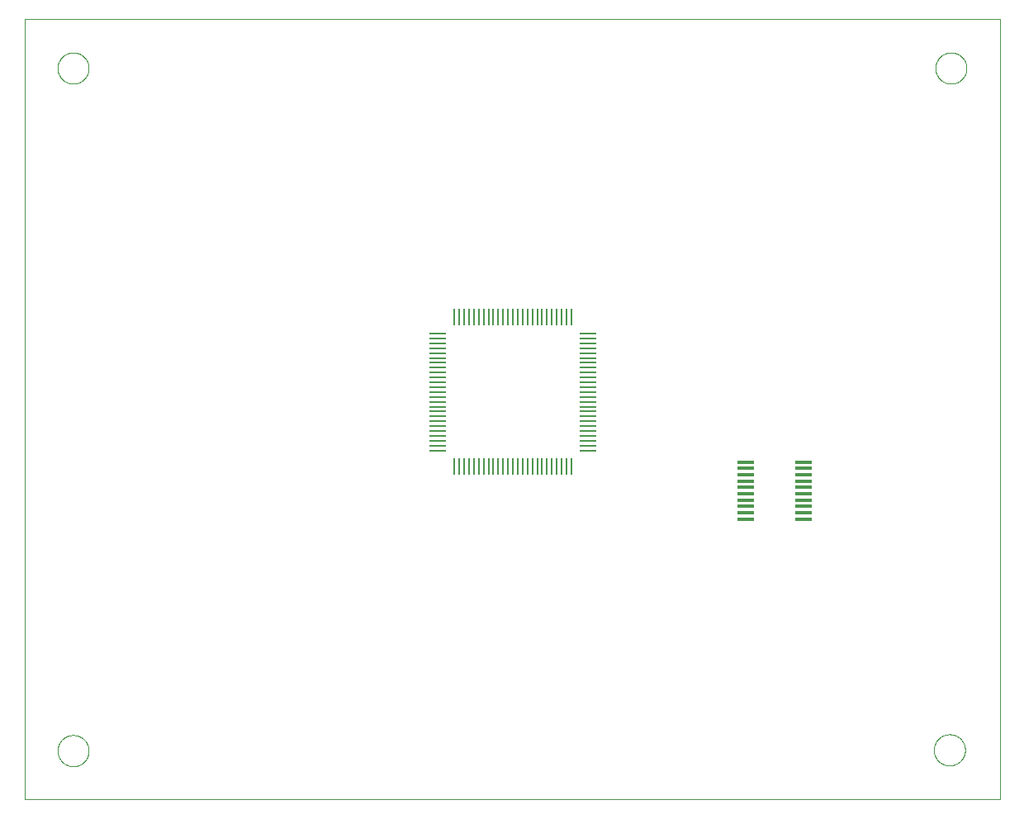
<source format=gtp>
G75*
%MOIN*%
%OFA0B0*%
%FSLAX25Y25*%
%IPPOS*%
%LPD*%
%AMOC8*
5,1,8,0,0,1.08239X$1,22.5*
%
%ADD10C,0.00000*%
%ADD11R,0.07000X0.01100*%
%ADD12R,0.01100X0.07000*%
%ADD13R,0.07000X0.01600*%
D10*
X0001000Y0001000D02*
X0001000Y0315961D01*
X0394701Y0315961D01*
X0394701Y0001000D01*
X0001000Y0001000D01*
X0014386Y0020685D02*
X0014388Y0020843D01*
X0014394Y0021001D01*
X0014404Y0021159D01*
X0014418Y0021317D01*
X0014436Y0021474D01*
X0014457Y0021631D01*
X0014483Y0021787D01*
X0014513Y0021943D01*
X0014546Y0022098D01*
X0014584Y0022251D01*
X0014625Y0022404D01*
X0014670Y0022556D01*
X0014719Y0022707D01*
X0014772Y0022856D01*
X0014828Y0023004D01*
X0014888Y0023150D01*
X0014952Y0023295D01*
X0015020Y0023438D01*
X0015091Y0023580D01*
X0015165Y0023720D01*
X0015243Y0023857D01*
X0015325Y0023993D01*
X0015409Y0024127D01*
X0015498Y0024258D01*
X0015589Y0024387D01*
X0015684Y0024514D01*
X0015781Y0024639D01*
X0015882Y0024761D01*
X0015986Y0024880D01*
X0016093Y0024997D01*
X0016203Y0025111D01*
X0016316Y0025222D01*
X0016431Y0025331D01*
X0016549Y0025436D01*
X0016670Y0025538D01*
X0016793Y0025638D01*
X0016919Y0025734D01*
X0017047Y0025827D01*
X0017177Y0025917D01*
X0017310Y0026003D01*
X0017445Y0026087D01*
X0017581Y0026166D01*
X0017720Y0026243D01*
X0017861Y0026315D01*
X0018003Y0026385D01*
X0018147Y0026450D01*
X0018293Y0026512D01*
X0018440Y0026570D01*
X0018589Y0026625D01*
X0018739Y0026676D01*
X0018890Y0026723D01*
X0019042Y0026766D01*
X0019195Y0026805D01*
X0019350Y0026841D01*
X0019505Y0026872D01*
X0019661Y0026900D01*
X0019817Y0026924D01*
X0019974Y0026944D01*
X0020132Y0026960D01*
X0020289Y0026972D01*
X0020448Y0026980D01*
X0020606Y0026984D01*
X0020764Y0026984D01*
X0020922Y0026980D01*
X0021081Y0026972D01*
X0021238Y0026960D01*
X0021396Y0026944D01*
X0021553Y0026924D01*
X0021709Y0026900D01*
X0021865Y0026872D01*
X0022020Y0026841D01*
X0022175Y0026805D01*
X0022328Y0026766D01*
X0022480Y0026723D01*
X0022631Y0026676D01*
X0022781Y0026625D01*
X0022930Y0026570D01*
X0023077Y0026512D01*
X0023223Y0026450D01*
X0023367Y0026385D01*
X0023509Y0026315D01*
X0023650Y0026243D01*
X0023789Y0026166D01*
X0023925Y0026087D01*
X0024060Y0026003D01*
X0024193Y0025917D01*
X0024323Y0025827D01*
X0024451Y0025734D01*
X0024577Y0025638D01*
X0024700Y0025538D01*
X0024821Y0025436D01*
X0024939Y0025331D01*
X0025054Y0025222D01*
X0025167Y0025111D01*
X0025277Y0024997D01*
X0025384Y0024880D01*
X0025488Y0024761D01*
X0025589Y0024639D01*
X0025686Y0024514D01*
X0025781Y0024387D01*
X0025872Y0024258D01*
X0025961Y0024127D01*
X0026045Y0023993D01*
X0026127Y0023857D01*
X0026205Y0023720D01*
X0026279Y0023580D01*
X0026350Y0023438D01*
X0026418Y0023295D01*
X0026482Y0023150D01*
X0026542Y0023004D01*
X0026598Y0022856D01*
X0026651Y0022707D01*
X0026700Y0022556D01*
X0026745Y0022404D01*
X0026786Y0022251D01*
X0026824Y0022098D01*
X0026857Y0021943D01*
X0026887Y0021787D01*
X0026913Y0021631D01*
X0026934Y0021474D01*
X0026952Y0021317D01*
X0026966Y0021159D01*
X0026976Y0021001D01*
X0026982Y0020843D01*
X0026984Y0020685D01*
X0026982Y0020527D01*
X0026976Y0020369D01*
X0026966Y0020211D01*
X0026952Y0020053D01*
X0026934Y0019896D01*
X0026913Y0019739D01*
X0026887Y0019583D01*
X0026857Y0019427D01*
X0026824Y0019272D01*
X0026786Y0019119D01*
X0026745Y0018966D01*
X0026700Y0018814D01*
X0026651Y0018663D01*
X0026598Y0018514D01*
X0026542Y0018366D01*
X0026482Y0018220D01*
X0026418Y0018075D01*
X0026350Y0017932D01*
X0026279Y0017790D01*
X0026205Y0017650D01*
X0026127Y0017513D01*
X0026045Y0017377D01*
X0025961Y0017243D01*
X0025872Y0017112D01*
X0025781Y0016983D01*
X0025686Y0016856D01*
X0025589Y0016731D01*
X0025488Y0016609D01*
X0025384Y0016490D01*
X0025277Y0016373D01*
X0025167Y0016259D01*
X0025054Y0016148D01*
X0024939Y0016039D01*
X0024821Y0015934D01*
X0024700Y0015832D01*
X0024577Y0015732D01*
X0024451Y0015636D01*
X0024323Y0015543D01*
X0024193Y0015453D01*
X0024060Y0015367D01*
X0023925Y0015283D01*
X0023789Y0015204D01*
X0023650Y0015127D01*
X0023509Y0015055D01*
X0023367Y0014985D01*
X0023223Y0014920D01*
X0023077Y0014858D01*
X0022930Y0014800D01*
X0022781Y0014745D01*
X0022631Y0014694D01*
X0022480Y0014647D01*
X0022328Y0014604D01*
X0022175Y0014565D01*
X0022020Y0014529D01*
X0021865Y0014498D01*
X0021709Y0014470D01*
X0021553Y0014446D01*
X0021396Y0014426D01*
X0021238Y0014410D01*
X0021081Y0014398D01*
X0020922Y0014390D01*
X0020764Y0014386D01*
X0020606Y0014386D01*
X0020448Y0014390D01*
X0020289Y0014398D01*
X0020132Y0014410D01*
X0019974Y0014426D01*
X0019817Y0014446D01*
X0019661Y0014470D01*
X0019505Y0014498D01*
X0019350Y0014529D01*
X0019195Y0014565D01*
X0019042Y0014604D01*
X0018890Y0014647D01*
X0018739Y0014694D01*
X0018589Y0014745D01*
X0018440Y0014800D01*
X0018293Y0014858D01*
X0018147Y0014920D01*
X0018003Y0014985D01*
X0017861Y0015055D01*
X0017720Y0015127D01*
X0017581Y0015204D01*
X0017445Y0015283D01*
X0017310Y0015367D01*
X0017177Y0015453D01*
X0017047Y0015543D01*
X0016919Y0015636D01*
X0016793Y0015732D01*
X0016670Y0015832D01*
X0016549Y0015934D01*
X0016431Y0016039D01*
X0016316Y0016148D01*
X0016203Y0016259D01*
X0016093Y0016373D01*
X0015986Y0016490D01*
X0015882Y0016609D01*
X0015781Y0016731D01*
X0015684Y0016856D01*
X0015589Y0016983D01*
X0015498Y0017112D01*
X0015409Y0017243D01*
X0015325Y0017377D01*
X0015243Y0017513D01*
X0015165Y0017650D01*
X0015091Y0017790D01*
X0015020Y0017932D01*
X0014952Y0018075D01*
X0014888Y0018220D01*
X0014828Y0018366D01*
X0014772Y0018514D01*
X0014719Y0018663D01*
X0014670Y0018814D01*
X0014625Y0018966D01*
X0014584Y0019119D01*
X0014546Y0019272D01*
X0014513Y0019427D01*
X0014483Y0019583D01*
X0014457Y0019739D01*
X0014436Y0019896D01*
X0014418Y0020053D01*
X0014404Y0020211D01*
X0014394Y0020369D01*
X0014388Y0020527D01*
X0014386Y0020685D01*
X0014386Y0296276D02*
X0014388Y0296434D01*
X0014394Y0296592D01*
X0014404Y0296750D01*
X0014418Y0296908D01*
X0014436Y0297065D01*
X0014457Y0297222D01*
X0014483Y0297378D01*
X0014513Y0297534D01*
X0014546Y0297689D01*
X0014584Y0297842D01*
X0014625Y0297995D01*
X0014670Y0298147D01*
X0014719Y0298298D01*
X0014772Y0298447D01*
X0014828Y0298595D01*
X0014888Y0298741D01*
X0014952Y0298886D01*
X0015020Y0299029D01*
X0015091Y0299171D01*
X0015165Y0299311D01*
X0015243Y0299448D01*
X0015325Y0299584D01*
X0015409Y0299718D01*
X0015498Y0299849D01*
X0015589Y0299978D01*
X0015684Y0300105D01*
X0015781Y0300230D01*
X0015882Y0300352D01*
X0015986Y0300471D01*
X0016093Y0300588D01*
X0016203Y0300702D01*
X0016316Y0300813D01*
X0016431Y0300922D01*
X0016549Y0301027D01*
X0016670Y0301129D01*
X0016793Y0301229D01*
X0016919Y0301325D01*
X0017047Y0301418D01*
X0017177Y0301508D01*
X0017310Y0301594D01*
X0017445Y0301678D01*
X0017581Y0301757D01*
X0017720Y0301834D01*
X0017861Y0301906D01*
X0018003Y0301976D01*
X0018147Y0302041D01*
X0018293Y0302103D01*
X0018440Y0302161D01*
X0018589Y0302216D01*
X0018739Y0302267D01*
X0018890Y0302314D01*
X0019042Y0302357D01*
X0019195Y0302396D01*
X0019350Y0302432D01*
X0019505Y0302463D01*
X0019661Y0302491D01*
X0019817Y0302515D01*
X0019974Y0302535D01*
X0020132Y0302551D01*
X0020289Y0302563D01*
X0020448Y0302571D01*
X0020606Y0302575D01*
X0020764Y0302575D01*
X0020922Y0302571D01*
X0021081Y0302563D01*
X0021238Y0302551D01*
X0021396Y0302535D01*
X0021553Y0302515D01*
X0021709Y0302491D01*
X0021865Y0302463D01*
X0022020Y0302432D01*
X0022175Y0302396D01*
X0022328Y0302357D01*
X0022480Y0302314D01*
X0022631Y0302267D01*
X0022781Y0302216D01*
X0022930Y0302161D01*
X0023077Y0302103D01*
X0023223Y0302041D01*
X0023367Y0301976D01*
X0023509Y0301906D01*
X0023650Y0301834D01*
X0023789Y0301757D01*
X0023925Y0301678D01*
X0024060Y0301594D01*
X0024193Y0301508D01*
X0024323Y0301418D01*
X0024451Y0301325D01*
X0024577Y0301229D01*
X0024700Y0301129D01*
X0024821Y0301027D01*
X0024939Y0300922D01*
X0025054Y0300813D01*
X0025167Y0300702D01*
X0025277Y0300588D01*
X0025384Y0300471D01*
X0025488Y0300352D01*
X0025589Y0300230D01*
X0025686Y0300105D01*
X0025781Y0299978D01*
X0025872Y0299849D01*
X0025961Y0299718D01*
X0026045Y0299584D01*
X0026127Y0299448D01*
X0026205Y0299311D01*
X0026279Y0299171D01*
X0026350Y0299029D01*
X0026418Y0298886D01*
X0026482Y0298741D01*
X0026542Y0298595D01*
X0026598Y0298447D01*
X0026651Y0298298D01*
X0026700Y0298147D01*
X0026745Y0297995D01*
X0026786Y0297842D01*
X0026824Y0297689D01*
X0026857Y0297534D01*
X0026887Y0297378D01*
X0026913Y0297222D01*
X0026934Y0297065D01*
X0026952Y0296908D01*
X0026966Y0296750D01*
X0026976Y0296592D01*
X0026982Y0296434D01*
X0026984Y0296276D01*
X0026982Y0296118D01*
X0026976Y0295960D01*
X0026966Y0295802D01*
X0026952Y0295644D01*
X0026934Y0295487D01*
X0026913Y0295330D01*
X0026887Y0295174D01*
X0026857Y0295018D01*
X0026824Y0294863D01*
X0026786Y0294710D01*
X0026745Y0294557D01*
X0026700Y0294405D01*
X0026651Y0294254D01*
X0026598Y0294105D01*
X0026542Y0293957D01*
X0026482Y0293811D01*
X0026418Y0293666D01*
X0026350Y0293523D01*
X0026279Y0293381D01*
X0026205Y0293241D01*
X0026127Y0293104D01*
X0026045Y0292968D01*
X0025961Y0292834D01*
X0025872Y0292703D01*
X0025781Y0292574D01*
X0025686Y0292447D01*
X0025589Y0292322D01*
X0025488Y0292200D01*
X0025384Y0292081D01*
X0025277Y0291964D01*
X0025167Y0291850D01*
X0025054Y0291739D01*
X0024939Y0291630D01*
X0024821Y0291525D01*
X0024700Y0291423D01*
X0024577Y0291323D01*
X0024451Y0291227D01*
X0024323Y0291134D01*
X0024193Y0291044D01*
X0024060Y0290958D01*
X0023925Y0290874D01*
X0023789Y0290795D01*
X0023650Y0290718D01*
X0023509Y0290646D01*
X0023367Y0290576D01*
X0023223Y0290511D01*
X0023077Y0290449D01*
X0022930Y0290391D01*
X0022781Y0290336D01*
X0022631Y0290285D01*
X0022480Y0290238D01*
X0022328Y0290195D01*
X0022175Y0290156D01*
X0022020Y0290120D01*
X0021865Y0290089D01*
X0021709Y0290061D01*
X0021553Y0290037D01*
X0021396Y0290017D01*
X0021238Y0290001D01*
X0021081Y0289989D01*
X0020922Y0289981D01*
X0020764Y0289977D01*
X0020606Y0289977D01*
X0020448Y0289981D01*
X0020289Y0289989D01*
X0020132Y0290001D01*
X0019974Y0290017D01*
X0019817Y0290037D01*
X0019661Y0290061D01*
X0019505Y0290089D01*
X0019350Y0290120D01*
X0019195Y0290156D01*
X0019042Y0290195D01*
X0018890Y0290238D01*
X0018739Y0290285D01*
X0018589Y0290336D01*
X0018440Y0290391D01*
X0018293Y0290449D01*
X0018147Y0290511D01*
X0018003Y0290576D01*
X0017861Y0290646D01*
X0017720Y0290718D01*
X0017581Y0290795D01*
X0017445Y0290874D01*
X0017310Y0290958D01*
X0017177Y0291044D01*
X0017047Y0291134D01*
X0016919Y0291227D01*
X0016793Y0291323D01*
X0016670Y0291423D01*
X0016549Y0291525D01*
X0016431Y0291630D01*
X0016316Y0291739D01*
X0016203Y0291850D01*
X0016093Y0291964D01*
X0015986Y0292081D01*
X0015882Y0292200D01*
X0015781Y0292322D01*
X0015684Y0292447D01*
X0015589Y0292574D01*
X0015498Y0292703D01*
X0015409Y0292834D01*
X0015325Y0292968D01*
X0015243Y0293104D01*
X0015165Y0293241D01*
X0015091Y0293381D01*
X0015020Y0293523D01*
X0014952Y0293666D01*
X0014888Y0293811D01*
X0014828Y0293957D01*
X0014772Y0294105D01*
X0014719Y0294254D01*
X0014670Y0294405D01*
X0014625Y0294557D01*
X0014584Y0294710D01*
X0014546Y0294863D01*
X0014513Y0295018D01*
X0014483Y0295174D01*
X0014457Y0295330D01*
X0014436Y0295487D01*
X0014418Y0295644D01*
X0014404Y0295802D01*
X0014394Y0295960D01*
X0014388Y0296118D01*
X0014386Y0296276D01*
X0368717Y0296276D02*
X0368719Y0296434D01*
X0368725Y0296592D01*
X0368735Y0296750D01*
X0368749Y0296908D01*
X0368767Y0297065D01*
X0368788Y0297222D01*
X0368814Y0297378D01*
X0368844Y0297534D01*
X0368877Y0297689D01*
X0368915Y0297842D01*
X0368956Y0297995D01*
X0369001Y0298147D01*
X0369050Y0298298D01*
X0369103Y0298447D01*
X0369159Y0298595D01*
X0369219Y0298741D01*
X0369283Y0298886D01*
X0369351Y0299029D01*
X0369422Y0299171D01*
X0369496Y0299311D01*
X0369574Y0299448D01*
X0369656Y0299584D01*
X0369740Y0299718D01*
X0369829Y0299849D01*
X0369920Y0299978D01*
X0370015Y0300105D01*
X0370112Y0300230D01*
X0370213Y0300352D01*
X0370317Y0300471D01*
X0370424Y0300588D01*
X0370534Y0300702D01*
X0370647Y0300813D01*
X0370762Y0300922D01*
X0370880Y0301027D01*
X0371001Y0301129D01*
X0371124Y0301229D01*
X0371250Y0301325D01*
X0371378Y0301418D01*
X0371508Y0301508D01*
X0371641Y0301594D01*
X0371776Y0301678D01*
X0371912Y0301757D01*
X0372051Y0301834D01*
X0372192Y0301906D01*
X0372334Y0301976D01*
X0372478Y0302041D01*
X0372624Y0302103D01*
X0372771Y0302161D01*
X0372920Y0302216D01*
X0373070Y0302267D01*
X0373221Y0302314D01*
X0373373Y0302357D01*
X0373526Y0302396D01*
X0373681Y0302432D01*
X0373836Y0302463D01*
X0373992Y0302491D01*
X0374148Y0302515D01*
X0374305Y0302535D01*
X0374463Y0302551D01*
X0374620Y0302563D01*
X0374779Y0302571D01*
X0374937Y0302575D01*
X0375095Y0302575D01*
X0375253Y0302571D01*
X0375412Y0302563D01*
X0375569Y0302551D01*
X0375727Y0302535D01*
X0375884Y0302515D01*
X0376040Y0302491D01*
X0376196Y0302463D01*
X0376351Y0302432D01*
X0376506Y0302396D01*
X0376659Y0302357D01*
X0376811Y0302314D01*
X0376962Y0302267D01*
X0377112Y0302216D01*
X0377261Y0302161D01*
X0377408Y0302103D01*
X0377554Y0302041D01*
X0377698Y0301976D01*
X0377840Y0301906D01*
X0377981Y0301834D01*
X0378120Y0301757D01*
X0378256Y0301678D01*
X0378391Y0301594D01*
X0378524Y0301508D01*
X0378654Y0301418D01*
X0378782Y0301325D01*
X0378908Y0301229D01*
X0379031Y0301129D01*
X0379152Y0301027D01*
X0379270Y0300922D01*
X0379385Y0300813D01*
X0379498Y0300702D01*
X0379608Y0300588D01*
X0379715Y0300471D01*
X0379819Y0300352D01*
X0379920Y0300230D01*
X0380017Y0300105D01*
X0380112Y0299978D01*
X0380203Y0299849D01*
X0380292Y0299718D01*
X0380376Y0299584D01*
X0380458Y0299448D01*
X0380536Y0299311D01*
X0380610Y0299171D01*
X0380681Y0299029D01*
X0380749Y0298886D01*
X0380813Y0298741D01*
X0380873Y0298595D01*
X0380929Y0298447D01*
X0380982Y0298298D01*
X0381031Y0298147D01*
X0381076Y0297995D01*
X0381117Y0297842D01*
X0381155Y0297689D01*
X0381188Y0297534D01*
X0381218Y0297378D01*
X0381244Y0297222D01*
X0381265Y0297065D01*
X0381283Y0296908D01*
X0381297Y0296750D01*
X0381307Y0296592D01*
X0381313Y0296434D01*
X0381315Y0296276D01*
X0381313Y0296118D01*
X0381307Y0295960D01*
X0381297Y0295802D01*
X0381283Y0295644D01*
X0381265Y0295487D01*
X0381244Y0295330D01*
X0381218Y0295174D01*
X0381188Y0295018D01*
X0381155Y0294863D01*
X0381117Y0294710D01*
X0381076Y0294557D01*
X0381031Y0294405D01*
X0380982Y0294254D01*
X0380929Y0294105D01*
X0380873Y0293957D01*
X0380813Y0293811D01*
X0380749Y0293666D01*
X0380681Y0293523D01*
X0380610Y0293381D01*
X0380536Y0293241D01*
X0380458Y0293104D01*
X0380376Y0292968D01*
X0380292Y0292834D01*
X0380203Y0292703D01*
X0380112Y0292574D01*
X0380017Y0292447D01*
X0379920Y0292322D01*
X0379819Y0292200D01*
X0379715Y0292081D01*
X0379608Y0291964D01*
X0379498Y0291850D01*
X0379385Y0291739D01*
X0379270Y0291630D01*
X0379152Y0291525D01*
X0379031Y0291423D01*
X0378908Y0291323D01*
X0378782Y0291227D01*
X0378654Y0291134D01*
X0378524Y0291044D01*
X0378391Y0290958D01*
X0378256Y0290874D01*
X0378120Y0290795D01*
X0377981Y0290718D01*
X0377840Y0290646D01*
X0377698Y0290576D01*
X0377554Y0290511D01*
X0377408Y0290449D01*
X0377261Y0290391D01*
X0377112Y0290336D01*
X0376962Y0290285D01*
X0376811Y0290238D01*
X0376659Y0290195D01*
X0376506Y0290156D01*
X0376351Y0290120D01*
X0376196Y0290089D01*
X0376040Y0290061D01*
X0375884Y0290037D01*
X0375727Y0290017D01*
X0375569Y0290001D01*
X0375412Y0289989D01*
X0375253Y0289981D01*
X0375095Y0289977D01*
X0374937Y0289977D01*
X0374779Y0289981D01*
X0374620Y0289989D01*
X0374463Y0290001D01*
X0374305Y0290017D01*
X0374148Y0290037D01*
X0373992Y0290061D01*
X0373836Y0290089D01*
X0373681Y0290120D01*
X0373526Y0290156D01*
X0373373Y0290195D01*
X0373221Y0290238D01*
X0373070Y0290285D01*
X0372920Y0290336D01*
X0372771Y0290391D01*
X0372624Y0290449D01*
X0372478Y0290511D01*
X0372334Y0290576D01*
X0372192Y0290646D01*
X0372051Y0290718D01*
X0371912Y0290795D01*
X0371776Y0290874D01*
X0371641Y0290958D01*
X0371508Y0291044D01*
X0371378Y0291134D01*
X0371250Y0291227D01*
X0371124Y0291323D01*
X0371001Y0291423D01*
X0370880Y0291525D01*
X0370762Y0291630D01*
X0370647Y0291739D01*
X0370534Y0291850D01*
X0370424Y0291964D01*
X0370317Y0292081D01*
X0370213Y0292200D01*
X0370112Y0292322D01*
X0370015Y0292447D01*
X0369920Y0292574D01*
X0369829Y0292703D01*
X0369740Y0292834D01*
X0369656Y0292968D01*
X0369574Y0293104D01*
X0369496Y0293241D01*
X0369422Y0293381D01*
X0369351Y0293523D01*
X0369283Y0293666D01*
X0369219Y0293811D01*
X0369159Y0293957D01*
X0369103Y0294105D01*
X0369050Y0294254D01*
X0369001Y0294405D01*
X0368956Y0294557D01*
X0368915Y0294710D01*
X0368877Y0294863D01*
X0368844Y0295018D01*
X0368814Y0295174D01*
X0368788Y0295330D01*
X0368767Y0295487D01*
X0368749Y0295644D01*
X0368735Y0295802D01*
X0368725Y0295960D01*
X0368719Y0296118D01*
X0368717Y0296276D01*
X0368115Y0021008D02*
X0368117Y0021166D01*
X0368123Y0021324D01*
X0368133Y0021482D01*
X0368147Y0021640D01*
X0368165Y0021797D01*
X0368186Y0021954D01*
X0368212Y0022110D01*
X0368242Y0022266D01*
X0368275Y0022421D01*
X0368313Y0022574D01*
X0368354Y0022727D01*
X0368399Y0022879D01*
X0368448Y0023030D01*
X0368501Y0023179D01*
X0368557Y0023327D01*
X0368617Y0023473D01*
X0368681Y0023618D01*
X0368749Y0023761D01*
X0368820Y0023903D01*
X0368894Y0024043D01*
X0368972Y0024180D01*
X0369054Y0024316D01*
X0369138Y0024450D01*
X0369227Y0024581D01*
X0369318Y0024710D01*
X0369413Y0024837D01*
X0369510Y0024962D01*
X0369611Y0025084D01*
X0369715Y0025203D01*
X0369822Y0025320D01*
X0369932Y0025434D01*
X0370045Y0025545D01*
X0370160Y0025654D01*
X0370278Y0025759D01*
X0370399Y0025861D01*
X0370522Y0025961D01*
X0370648Y0026057D01*
X0370776Y0026150D01*
X0370906Y0026240D01*
X0371039Y0026326D01*
X0371174Y0026410D01*
X0371310Y0026489D01*
X0371449Y0026566D01*
X0371590Y0026638D01*
X0371732Y0026708D01*
X0371876Y0026773D01*
X0372022Y0026835D01*
X0372169Y0026893D01*
X0372318Y0026948D01*
X0372468Y0026999D01*
X0372619Y0027046D01*
X0372771Y0027089D01*
X0372924Y0027128D01*
X0373079Y0027164D01*
X0373234Y0027195D01*
X0373390Y0027223D01*
X0373546Y0027247D01*
X0373703Y0027267D01*
X0373861Y0027283D01*
X0374018Y0027295D01*
X0374177Y0027303D01*
X0374335Y0027307D01*
X0374493Y0027307D01*
X0374651Y0027303D01*
X0374810Y0027295D01*
X0374967Y0027283D01*
X0375125Y0027267D01*
X0375282Y0027247D01*
X0375438Y0027223D01*
X0375594Y0027195D01*
X0375749Y0027164D01*
X0375904Y0027128D01*
X0376057Y0027089D01*
X0376209Y0027046D01*
X0376360Y0026999D01*
X0376510Y0026948D01*
X0376659Y0026893D01*
X0376806Y0026835D01*
X0376952Y0026773D01*
X0377096Y0026708D01*
X0377238Y0026638D01*
X0377379Y0026566D01*
X0377518Y0026489D01*
X0377654Y0026410D01*
X0377789Y0026326D01*
X0377922Y0026240D01*
X0378052Y0026150D01*
X0378180Y0026057D01*
X0378306Y0025961D01*
X0378429Y0025861D01*
X0378550Y0025759D01*
X0378668Y0025654D01*
X0378783Y0025545D01*
X0378896Y0025434D01*
X0379006Y0025320D01*
X0379113Y0025203D01*
X0379217Y0025084D01*
X0379318Y0024962D01*
X0379415Y0024837D01*
X0379510Y0024710D01*
X0379601Y0024581D01*
X0379690Y0024450D01*
X0379774Y0024316D01*
X0379856Y0024180D01*
X0379934Y0024043D01*
X0380008Y0023903D01*
X0380079Y0023761D01*
X0380147Y0023618D01*
X0380211Y0023473D01*
X0380271Y0023327D01*
X0380327Y0023179D01*
X0380380Y0023030D01*
X0380429Y0022879D01*
X0380474Y0022727D01*
X0380515Y0022574D01*
X0380553Y0022421D01*
X0380586Y0022266D01*
X0380616Y0022110D01*
X0380642Y0021954D01*
X0380663Y0021797D01*
X0380681Y0021640D01*
X0380695Y0021482D01*
X0380705Y0021324D01*
X0380711Y0021166D01*
X0380713Y0021008D01*
X0380711Y0020850D01*
X0380705Y0020692D01*
X0380695Y0020534D01*
X0380681Y0020376D01*
X0380663Y0020219D01*
X0380642Y0020062D01*
X0380616Y0019906D01*
X0380586Y0019750D01*
X0380553Y0019595D01*
X0380515Y0019442D01*
X0380474Y0019289D01*
X0380429Y0019137D01*
X0380380Y0018986D01*
X0380327Y0018837D01*
X0380271Y0018689D01*
X0380211Y0018543D01*
X0380147Y0018398D01*
X0380079Y0018255D01*
X0380008Y0018113D01*
X0379934Y0017973D01*
X0379856Y0017836D01*
X0379774Y0017700D01*
X0379690Y0017566D01*
X0379601Y0017435D01*
X0379510Y0017306D01*
X0379415Y0017179D01*
X0379318Y0017054D01*
X0379217Y0016932D01*
X0379113Y0016813D01*
X0379006Y0016696D01*
X0378896Y0016582D01*
X0378783Y0016471D01*
X0378668Y0016362D01*
X0378550Y0016257D01*
X0378429Y0016155D01*
X0378306Y0016055D01*
X0378180Y0015959D01*
X0378052Y0015866D01*
X0377922Y0015776D01*
X0377789Y0015690D01*
X0377654Y0015606D01*
X0377518Y0015527D01*
X0377379Y0015450D01*
X0377238Y0015378D01*
X0377096Y0015308D01*
X0376952Y0015243D01*
X0376806Y0015181D01*
X0376659Y0015123D01*
X0376510Y0015068D01*
X0376360Y0015017D01*
X0376209Y0014970D01*
X0376057Y0014927D01*
X0375904Y0014888D01*
X0375749Y0014852D01*
X0375594Y0014821D01*
X0375438Y0014793D01*
X0375282Y0014769D01*
X0375125Y0014749D01*
X0374967Y0014733D01*
X0374810Y0014721D01*
X0374651Y0014713D01*
X0374493Y0014709D01*
X0374335Y0014709D01*
X0374177Y0014713D01*
X0374018Y0014721D01*
X0373861Y0014733D01*
X0373703Y0014749D01*
X0373546Y0014769D01*
X0373390Y0014793D01*
X0373234Y0014821D01*
X0373079Y0014852D01*
X0372924Y0014888D01*
X0372771Y0014927D01*
X0372619Y0014970D01*
X0372468Y0015017D01*
X0372318Y0015068D01*
X0372169Y0015123D01*
X0372022Y0015181D01*
X0371876Y0015243D01*
X0371732Y0015308D01*
X0371590Y0015378D01*
X0371449Y0015450D01*
X0371310Y0015527D01*
X0371174Y0015606D01*
X0371039Y0015690D01*
X0370906Y0015776D01*
X0370776Y0015866D01*
X0370648Y0015959D01*
X0370522Y0016055D01*
X0370399Y0016155D01*
X0370278Y0016257D01*
X0370160Y0016362D01*
X0370045Y0016471D01*
X0369932Y0016582D01*
X0369822Y0016696D01*
X0369715Y0016813D01*
X0369611Y0016932D01*
X0369510Y0017054D01*
X0369413Y0017179D01*
X0369318Y0017306D01*
X0369227Y0017435D01*
X0369138Y0017566D01*
X0369054Y0017700D01*
X0368972Y0017836D01*
X0368894Y0017973D01*
X0368820Y0018113D01*
X0368749Y0018255D01*
X0368681Y0018398D01*
X0368617Y0018543D01*
X0368557Y0018689D01*
X0368501Y0018837D01*
X0368448Y0018986D01*
X0368399Y0019137D01*
X0368354Y0019289D01*
X0368313Y0019442D01*
X0368275Y0019595D01*
X0368242Y0019750D01*
X0368212Y0019906D01*
X0368186Y0020062D01*
X0368165Y0020219D01*
X0368147Y0020376D01*
X0368133Y0020534D01*
X0368123Y0020692D01*
X0368117Y0020850D01*
X0368115Y0021008D01*
D11*
X0228371Y0141879D03*
X0228371Y0143847D03*
X0228371Y0145816D03*
X0228371Y0147784D03*
X0228371Y0149753D03*
X0228371Y0151721D03*
X0228371Y0153690D03*
X0228371Y0155659D03*
X0228371Y0157627D03*
X0228371Y0159596D03*
X0228371Y0161564D03*
X0228371Y0163533D03*
X0228371Y0165501D03*
X0228371Y0167470D03*
X0228371Y0169438D03*
X0228371Y0171407D03*
X0228371Y0173375D03*
X0228371Y0175344D03*
X0228371Y0177312D03*
X0228371Y0179281D03*
X0228371Y0181249D03*
X0228371Y0183218D03*
X0228371Y0185186D03*
X0228371Y0187155D03*
X0228371Y0189123D03*
X0167971Y0189123D03*
X0167971Y0187155D03*
X0167971Y0185186D03*
X0167971Y0183218D03*
X0167971Y0181249D03*
X0167971Y0179281D03*
X0167971Y0177312D03*
X0167971Y0175344D03*
X0167971Y0173375D03*
X0167971Y0171407D03*
X0167971Y0169438D03*
X0167971Y0167470D03*
X0167971Y0165501D03*
X0167971Y0163533D03*
X0167971Y0161564D03*
X0167971Y0159596D03*
X0167971Y0157627D03*
X0167971Y0155659D03*
X0167971Y0153690D03*
X0167971Y0151721D03*
X0167971Y0149753D03*
X0167971Y0147784D03*
X0167971Y0145816D03*
X0167971Y0143847D03*
X0167971Y0141879D03*
D12*
X0174549Y0135301D03*
X0176518Y0135301D03*
X0178486Y0135301D03*
X0180455Y0135301D03*
X0182423Y0135301D03*
X0184392Y0135301D03*
X0186360Y0135301D03*
X0188329Y0135301D03*
X0190297Y0135301D03*
X0192266Y0135301D03*
X0194234Y0135301D03*
X0196203Y0135301D03*
X0198171Y0135301D03*
X0200140Y0135301D03*
X0202108Y0135301D03*
X0204077Y0135301D03*
X0206045Y0135301D03*
X0208014Y0135301D03*
X0209982Y0135301D03*
X0211951Y0135301D03*
X0213919Y0135301D03*
X0215888Y0135301D03*
X0217856Y0135301D03*
X0219825Y0135301D03*
X0221793Y0135301D03*
X0221793Y0195701D03*
X0219825Y0195701D03*
X0217856Y0195701D03*
X0215888Y0195701D03*
X0213919Y0195701D03*
X0211951Y0195701D03*
X0209982Y0195701D03*
X0208014Y0195701D03*
X0206045Y0195701D03*
X0204077Y0195701D03*
X0202108Y0195701D03*
X0200140Y0195701D03*
X0198171Y0195701D03*
X0196203Y0195701D03*
X0194234Y0195701D03*
X0192266Y0195701D03*
X0190297Y0195701D03*
X0188329Y0195701D03*
X0186360Y0195701D03*
X0184392Y0195701D03*
X0182423Y0195701D03*
X0180455Y0195701D03*
X0178486Y0195701D03*
X0176518Y0195701D03*
X0174549Y0195701D03*
D13*
X0292143Y0137233D03*
X0292143Y0134673D03*
X0292143Y0132113D03*
X0292143Y0129553D03*
X0292143Y0126993D03*
X0292143Y0124433D03*
X0292143Y0121873D03*
X0292143Y0119313D03*
X0292143Y0116753D03*
X0292143Y0114193D03*
X0315543Y0114193D03*
X0315543Y0116753D03*
X0315543Y0119313D03*
X0315543Y0121873D03*
X0315543Y0124433D03*
X0315543Y0126993D03*
X0315543Y0129553D03*
X0315543Y0132113D03*
X0315543Y0134673D03*
X0315543Y0137233D03*
M02*

</source>
